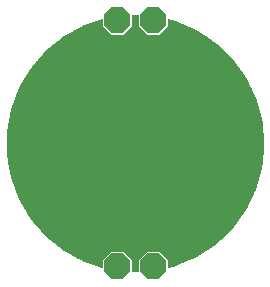
<source format=gbl>
G75*
%MOIN*%
%OFA0B0*%
%FSLAX25Y25*%
%IPPOS*%
%LPD*%
%AMOC8*
5,1,8,0,0,1.08239X$1,22.5*
%
%ADD10C,0.70000*%
%ADD11OC8,0.08600*%
%ADD12C,0.00300*%
%ADD13C,0.03762*%
%ADD14C,0.02778*%
D10*
X0056082Y0047850D03*
D11*
X0050082Y0088850D03*
X0062082Y0088850D03*
X0062082Y0006850D03*
X0050082Y0006850D03*
D12*
X0026470Y0016878D02*
X0021416Y0022663D01*
X0017476Y0029258D01*
X0014777Y0036450D01*
X0013405Y0044009D01*
X0013405Y0051691D01*
X0014777Y0059250D01*
X0017476Y0066442D01*
X0021416Y0073037D01*
X0026470Y0078822D01*
X0032476Y0083611D01*
X0039241Y0087252D01*
X0045032Y0089133D01*
X0045032Y0086758D01*
X0047991Y0083800D01*
X0052174Y0083800D01*
X0055132Y0086758D01*
X0055132Y0090613D01*
X0057032Y0090528D01*
X0057032Y0086758D01*
X0059991Y0083800D01*
X0064174Y0083800D01*
X0067132Y0086758D01*
X0067132Y0089103D01*
X0069324Y0088603D01*
X0076388Y0085584D01*
X0082799Y0081351D01*
X0088352Y0076043D01*
X0092867Y0069828D01*
X0096200Y0062906D01*
X0098244Y0055501D01*
X0098932Y0047850D01*
X0098244Y0040199D01*
X0096200Y0032794D01*
X0092867Y0025872D01*
X0088352Y0019657D01*
X0088352Y0019657D01*
X0082799Y0014349D01*
X0076388Y0010116D01*
X0069324Y0007097D01*
X0067132Y0006597D01*
X0067132Y0008942D01*
X0064174Y0011900D01*
X0059991Y0011900D01*
X0057032Y0008942D01*
X0057032Y0005172D01*
X0055132Y0005087D01*
X0055132Y0008942D01*
X0052174Y0011900D01*
X0047991Y0011900D01*
X0045032Y0008942D01*
X0045032Y0006567D01*
X0039241Y0008448D01*
X0032476Y0012089D01*
X0026470Y0016878D01*
X0026469Y0016880D02*
X0085447Y0016880D01*
X0085759Y0017179D02*
X0026208Y0017179D01*
X0025947Y0017477D02*
X0086071Y0017477D01*
X0086383Y0017776D02*
X0025686Y0017776D01*
X0025426Y0018074D02*
X0086696Y0018074D01*
X0087008Y0018373D02*
X0025165Y0018373D01*
X0024904Y0018671D02*
X0087320Y0018671D01*
X0087632Y0018970D02*
X0024643Y0018970D01*
X0024382Y0019268D02*
X0087944Y0019268D01*
X0088257Y0019567D02*
X0024122Y0019567D01*
X0023861Y0019865D02*
X0088503Y0019865D01*
X0088719Y0020164D02*
X0023600Y0020164D01*
X0023339Y0020462D02*
X0088936Y0020462D01*
X0089153Y0020761D02*
X0023078Y0020761D01*
X0022818Y0021059D02*
X0089370Y0021059D01*
X0089587Y0021358D02*
X0022557Y0021358D01*
X0022296Y0021656D02*
X0089804Y0021656D01*
X0090021Y0021955D02*
X0022035Y0021955D01*
X0021774Y0022253D02*
X0090238Y0022253D01*
X0090454Y0022552D02*
X0021514Y0022552D01*
X0021304Y0022850D02*
X0090671Y0022850D01*
X0090888Y0023149D02*
X0021126Y0023149D01*
X0020948Y0023447D02*
X0091105Y0023447D01*
X0091322Y0023746D02*
X0020769Y0023746D01*
X0020591Y0024044D02*
X0091539Y0024044D01*
X0091756Y0024343D02*
X0020413Y0024343D01*
X0020234Y0024641D02*
X0091973Y0024641D01*
X0092189Y0024940D02*
X0020056Y0024940D01*
X0019878Y0025238D02*
X0092406Y0025238D01*
X0092623Y0025537D02*
X0019699Y0025537D01*
X0019521Y0025835D02*
X0092840Y0025835D01*
X0092993Y0026134D02*
X0019342Y0026134D01*
X0019164Y0026432D02*
X0093137Y0026432D01*
X0093280Y0026731D02*
X0018986Y0026731D01*
X0018807Y0027029D02*
X0093424Y0027029D01*
X0093568Y0027328D02*
X0018629Y0027328D01*
X0018451Y0027626D02*
X0093712Y0027626D01*
X0093855Y0027925D02*
X0018272Y0027925D01*
X0018094Y0028223D02*
X0093999Y0028223D01*
X0094143Y0028522D02*
X0017916Y0028522D01*
X0017737Y0028820D02*
X0094287Y0028820D01*
X0094430Y0029119D02*
X0017559Y0029119D01*
X0017416Y0029418D02*
X0094574Y0029418D01*
X0094718Y0029716D02*
X0017304Y0029716D01*
X0017192Y0030015D02*
X0094862Y0030015D01*
X0095005Y0030313D02*
X0017080Y0030313D01*
X0016968Y0030612D02*
X0095149Y0030612D01*
X0095293Y0030910D02*
X0016856Y0030910D01*
X0016744Y0031209D02*
X0095437Y0031209D01*
X0095581Y0031507D02*
X0016632Y0031507D01*
X0016520Y0031806D02*
X0095724Y0031806D01*
X0095868Y0032104D02*
X0016408Y0032104D01*
X0016296Y0032403D02*
X0096012Y0032403D01*
X0096156Y0032701D02*
X0016184Y0032701D01*
X0016072Y0033000D02*
X0096257Y0033000D01*
X0096339Y0033298D02*
X0015960Y0033298D01*
X0015848Y0033597D02*
X0096422Y0033597D01*
X0096504Y0033895D02*
X0015736Y0033895D01*
X0015623Y0034194D02*
X0096586Y0034194D01*
X0096669Y0034492D02*
X0015511Y0034492D01*
X0015399Y0034791D02*
X0096751Y0034791D01*
X0096834Y0035089D02*
X0015287Y0035089D01*
X0015175Y0035388D02*
X0096916Y0035388D01*
X0096998Y0035686D02*
X0015063Y0035686D01*
X0014951Y0035985D02*
X0097081Y0035985D01*
X0097163Y0036283D02*
X0014839Y0036283D01*
X0014753Y0036582D02*
X0097246Y0036582D01*
X0097328Y0036880D02*
X0014699Y0036880D01*
X0014644Y0037179D02*
X0097410Y0037179D01*
X0097493Y0037477D02*
X0014590Y0037477D01*
X0014536Y0037776D02*
X0097575Y0037776D01*
X0097657Y0038074D02*
X0014482Y0038074D01*
X0014428Y0038373D02*
X0097740Y0038373D01*
X0097822Y0038671D02*
X0014374Y0038671D01*
X0014319Y0038970D02*
X0097905Y0038970D01*
X0097987Y0039268D02*
X0014265Y0039268D01*
X0014211Y0039567D02*
X0098069Y0039567D01*
X0098152Y0039865D02*
X0014157Y0039865D01*
X0014103Y0040164D02*
X0098234Y0040164D01*
X0098244Y0040199D02*
X0098244Y0040199D01*
X0098268Y0040462D02*
X0014048Y0040462D01*
X0013994Y0040761D02*
X0098294Y0040761D01*
X0098321Y0041059D02*
X0013940Y0041059D01*
X0013886Y0041358D02*
X0098348Y0041358D01*
X0098375Y0041656D02*
X0013832Y0041656D01*
X0013778Y0041955D02*
X0098402Y0041955D01*
X0098429Y0042253D02*
X0013723Y0042253D01*
X0013669Y0042552D02*
X0098456Y0042552D01*
X0098482Y0042851D02*
X0013615Y0042851D01*
X0013561Y0043149D02*
X0098509Y0043149D01*
X0098536Y0043448D02*
X0013507Y0043448D01*
X0013453Y0043746D02*
X0098563Y0043746D01*
X0098590Y0044045D02*
X0013405Y0044045D01*
X0013405Y0044343D02*
X0098617Y0044343D01*
X0098644Y0044642D02*
X0013405Y0044642D01*
X0013405Y0044940D02*
X0098671Y0044940D01*
X0098697Y0045239D02*
X0013405Y0045239D01*
X0013405Y0045537D02*
X0098724Y0045537D01*
X0098751Y0045836D02*
X0013405Y0045836D01*
X0013405Y0046134D02*
X0098778Y0046134D01*
X0098805Y0046433D02*
X0013405Y0046433D01*
X0013405Y0046731D02*
X0098832Y0046731D01*
X0098859Y0047030D02*
X0013405Y0047030D01*
X0013405Y0047328D02*
X0098885Y0047328D01*
X0098912Y0047627D02*
X0013405Y0047627D01*
X0013405Y0047925D02*
X0098926Y0047925D01*
X0098899Y0048224D02*
X0013405Y0048224D01*
X0013405Y0048522D02*
X0098872Y0048522D01*
X0098845Y0048821D02*
X0013405Y0048821D01*
X0013405Y0049119D02*
X0098818Y0049119D01*
X0098791Y0049418D02*
X0013405Y0049418D01*
X0013405Y0049716D02*
X0098764Y0049716D01*
X0098738Y0050015D02*
X0013405Y0050015D01*
X0013405Y0050313D02*
X0098711Y0050313D01*
X0098684Y0050612D02*
X0013405Y0050612D01*
X0013405Y0050910D02*
X0098657Y0050910D01*
X0098630Y0051209D02*
X0013405Y0051209D01*
X0013405Y0051507D02*
X0098603Y0051507D01*
X0098576Y0051806D02*
X0013426Y0051806D01*
X0013480Y0052104D02*
X0098549Y0052104D01*
X0098523Y0052403D02*
X0013534Y0052403D01*
X0013588Y0052701D02*
X0098496Y0052701D01*
X0098469Y0053000D02*
X0013642Y0053000D01*
X0013697Y0053298D02*
X0098442Y0053298D01*
X0098415Y0053597D02*
X0013751Y0053597D01*
X0013805Y0053895D02*
X0098388Y0053895D01*
X0098361Y0054194D02*
X0013859Y0054194D01*
X0013913Y0054492D02*
X0098335Y0054492D01*
X0098308Y0054791D02*
X0013967Y0054791D01*
X0014022Y0055089D02*
X0098281Y0055089D01*
X0098254Y0055388D02*
X0014076Y0055388D01*
X0014130Y0055687D02*
X0098193Y0055687D01*
X0098110Y0055985D02*
X0014184Y0055985D01*
X0014238Y0056284D02*
X0098028Y0056284D01*
X0097945Y0056582D02*
X0014292Y0056582D01*
X0014347Y0056881D02*
X0097863Y0056881D01*
X0097781Y0057179D02*
X0014401Y0057179D01*
X0014455Y0057478D02*
X0097698Y0057478D01*
X0097616Y0057776D02*
X0014509Y0057776D01*
X0014563Y0058075D02*
X0097534Y0058075D01*
X0097451Y0058373D02*
X0014617Y0058373D01*
X0014672Y0058672D02*
X0097369Y0058672D01*
X0097286Y0058970D02*
X0014726Y0058970D01*
X0014784Y0059269D02*
X0097204Y0059269D01*
X0097122Y0059567D02*
X0014896Y0059567D01*
X0015008Y0059866D02*
X0097039Y0059866D01*
X0096957Y0060164D02*
X0015120Y0060164D01*
X0015232Y0060463D02*
X0096874Y0060463D01*
X0096792Y0060761D02*
X0015344Y0060761D01*
X0015456Y0061060D02*
X0096710Y0061060D01*
X0096627Y0061358D02*
X0015568Y0061358D01*
X0015680Y0061657D02*
X0096545Y0061657D01*
X0096463Y0061955D02*
X0015792Y0061955D01*
X0015904Y0062254D02*
X0096380Y0062254D01*
X0096298Y0062552D02*
X0016016Y0062552D01*
X0016128Y0062851D02*
X0096215Y0062851D01*
X0096083Y0063149D02*
X0016240Y0063149D01*
X0016352Y0063448D02*
X0095939Y0063448D01*
X0095796Y0063746D02*
X0016464Y0063746D01*
X0016576Y0064045D02*
X0095652Y0064045D01*
X0095508Y0064343D02*
X0016688Y0064343D01*
X0016800Y0064642D02*
X0095364Y0064642D01*
X0095221Y0064940D02*
X0016912Y0064940D01*
X0017024Y0065239D02*
X0095077Y0065239D01*
X0094933Y0065537D02*
X0017136Y0065537D01*
X0017248Y0065836D02*
X0094789Y0065836D01*
X0094646Y0066134D02*
X0017360Y0066134D01*
X0017472Y0066433D02*
X0094502Y0066433D01*
X0094358Y0066731D02*
X0017649Y0066731D01*
X0017827Y0067030D02*
X0094214Y0067030D01*
X0094071Y0067328D02*
X0018006Y0067328D01*
X0018184Y0067627D02*
X0093927Y0067627D01*
X0093783Y0067925D02*
X0018362Y0067925D01*
X0018541Y0068224D02*
X0093639Y0068224D01*
X0093495Y0068522D02*
X0018719Y0068522D01*
X0018897Y0068821D02*
X0093352Y0068821D01*
X0093208Y0069120D02*
X0019076Y0069120D01*
X0019254Y0069418D02*
X0093064Y0069418D01*
X0092920Y0069717D02*
X0019432Y0069717D01*
X0019611Y0070015D02*
X0092731Y0070015D01*
X0092514Y0070314D02*
X0019789Y0070314D01*
X0019967Y0070612D02*
X0092297Y0070612D01*
X0092080Y0070911D02*
X0020146Y0070911D01*
X0020324Y0071209D02*
X0091863Y0071209D01*
X0091646Y0071508D02*
X0020502Y0071508D01*
X0020681Y0071806D02*
X0091430Y0071806D01*
X0091213Y0072105D02*
X0020859Y0072105D01*
X0021038Y0072403D02*
X0090996Y0072403D01*
X0090779Y0072702D02*
X0021216Y0072702D01*
X0021394Y0073000D02*
X0090562Y0073000D01*
X0090345Y0073299D02*
X0021645Y0073299D01*
X0021906Y0073597D02*
X0090128Y0073597D01*
X0089911Y0073896D02*
X0022167Y0073896D01*
X0022427Y0074194D02*
X0089694Y0074194D01*
X0089478Y0074493D02*
X0022688Y0074493D01*
X0022949Y0074791D02*
X0089261Y0074791D01*
X0089044Y0075090D02*
X0023210Y0075090D01*
X0023471Y0075388D02*
X0088827Y0075388D01*
X0088610Y0075687D02*
X0023731Y0075687D01*
X0023992Y0075985D02*
X0088393Y0075985D01*
X0088099Y0076284D02*
X0024253Y0076284D01*
X0024514Y0076582D02*
X0087787Y0076582D01*
X0087475Y0076881D02*
X0024775Y0076881D01*
X0025035Y0077179D02*
X0087163Y0077179D01*
X0086850Y0077478D02*
X0025296Y0077478D01*
X0025557Y0077776D02*
X0086538Y0077776D01*
X0086226Y0078075D02*
X0025818Y0078075D01*
X0026079Y0078373D02*
X0085914Y0078373D01*
X0085602Y0078672D02*
X0026339Y0078672D01*
X0026657Y0078970D02*
X0085289Y0078970D01*
X0084977Y0079269D02*
X0027031Y0079269D01*
X0027405Y0079567D02*
X0084665Y0079567D01*
X0084353Y0079866D02*
X0027780Y0079866D01*
X0028154Y0080164D02*
X0084040Y0080164D01*
X0083728Y0080463D02*
X0028528Y0080463D01*
X0028903Y0080761D02*
X0083416Y0080761D01*
X0083104Y0081060D02*
X0029277Y0081060D01*
X0029651Y0081358D02*
X0082788Y0081358D01*
X0082336Y0081657D02*
X0030026Y0081657D01*
X0030400Y0081955D02*
X0081884Y0081955D01*
X0081432Y0082254D02*
X0030774Y0082254D01*
X0031149Y0082553D02*
X0080979Y0082553D01*
X0080527Y0082851D02*
X0031523Y0082851D01*
X0031897Y0083150D02*
X0080075Y0083150D01*
X0079623Y0083448D02*
X0032272Y0083448D01*
X0032728Y0083747D02*
X0079171Y0083747D01*
X0078718Y0084045D02*
X0064419Y0084045D01*
X0064718Y0084344D02*
X0078266Y0084344D01*
X0077814Y0084642D02*
X0065016Y0084642D01*
X0065315Y0084941D02*
X0077362Y0084941D01*
X0076909Y0085239D02*
X0065613Y0085239D01*
X0065912Y0085538D02*
X0076457Y0085538D01*
X0075797Y0085836D02*
X0066210Y0085836D01*
X0066509Y0086135D02*
X0075098Y0086135D01*
X0074400Y0086433D02*
X0066807Y0086433D01*
X0067106Y0086732D02*
X0073701Y0086732D01*
X0073003Y0087030D02*
X0067132Y0087030D01*
X0067132Y0087329D02*
X0072305Y0087329D01*
X0071606Y0087627D02*
X0067132Y0087627D01*
X0067132Y0087926D02*
X0070908Y0087926D01*
X0070209Y0088224D02*
X0067132Y0088224D01*
X0067132Y0088523D02*
X0069511Y0088523D01*
X0068366Y0088821D02*
X0067132Y0088821D01*
X0059746Y0084045D02*
X0052419Y0084045D01*
X0052718Y0084344D02*
X0059447Y0084344D01*
X0059149Y0084642D02*
X0053016Y0084642D01*
X0053315Y0084941D02*
X0058850Y0084941D01*
X0058551Y0085239D02*
X0053613Y0085239D01*
X0053912Y0085538D02*
X0058253Y0085538D01*
X0057954Y0085836D02*
X0054210Y0085836D01*
X0054509Y0086135D02*
X0057656Y0086135D01*
X0057357Y0086433D02*
X0054807Y0086433D01*
X0055106Y0086732D02*
X0057059Y0086732D01*
X0057032Y0087030D02*
X0055132Y0087030D01*
X0055132Y0087329D02*
X0057032Y0087329D01*
X0057032Y0087627D02*
X0055132Y0087627D01*
X0055132Y0087926D02*
X0057032Y0087926D01*
X0057032Y0088224D02*
X0055132Y0088224D01*
X0055132Y0088523D02*
X0057032Y0088523D01*
X0057032Y0088821D02*
X0055132Y0088821D01*
X0055132Y0089120D02*
X0057032Y0089120D01*
X0057032Y0089418D02*
X0055132Y0089418D01*
X0055132Y0089717D02*
X0057032Y0089717D01*
X0057032Y0090015D02*
X0055132Y0090015D01*
X0055132Y0090314D02*
X0057032Y0090314D01*
X0055152Y0090612D02*
X0055132Y0090612D01*
X0046551Y0085239D02*
X0035501Y0085239D01*
X0034946Y0084941D02*
X0046850Y0084941D01*
X0047149Y0084642D02*
X0034392Y0084642D01*
X0033837Y0084344D02*
X0047447Y0084344D01*
X0047746Y0084045D02*
X0033282Y0084045D01*
X0036056Y0085538D02*
X0046253Y0085538D01*
X0045954Y0085836D02*
X0036611Y0085836D01*
X0037165Y0086135D02*
X0045656Y0086135D01*
X0045357Y0086433D02*
X0037720Y0086433D01*
X0038275Y0086732D02*
X0045059Y0086732D01*
X0045032Y0087030D02*
X0038830Y0087030D01*
X0039478Y0087329D02*
X0045032Y0087329D01*
X0045032Y0087627D02*
X0040397Y0087627D01*
X0041316Y0087926D02*
X0045032Y0087926D01*
X0045032Y0088224D02*
X0042234Y0088224D01*
X0043153Y0088523D02*
X0045032Y0088523D01*
X0045032Y0088821D02*
X0044072Y0088821D01*
X0044990Y0089120D02*
X0045032Y0089120D01*
X0026842Y0016582D02*
X0085134Y0016582D01*
X0084822Y0016283D02*
X0027217Y0016283D01*
X0027591Y0015984D02*
X0084510Y0015984D01*
X0084198Y0015686D02*
X0027965Y0015686D01*
X0028340Y0015387D02*
X0083886Y0015387D01*
X0083573Y0015089D02*
X0028714Y0015089D01*
X0029088Y0014790D02*
X0083261Y0014790D01*
X0082949Y0014492D02*
X0029463Y0014492D01*
X0029837Y0014193D02*
X0082564Y0014193D01*
X0082112Y0013895D02*
X0030211Y0013895D01*
X0030586Y0013596D02*
X0081660Y0013596D01*
X0081207Y0013298D02*
X0030960Y0013298D01*
X0031334Y0012999D02*
X0080755Y0012999D01*
X0080303Y0012701D02*
X0031709Y0012701D01*
X0032083Y0012402D02*
X0079851Y0012402D01*
X0079398Y0012104D02*
X0032457Y0012104D01*
X0033003Y0011805D02*
X0047896Y0011805D01*
X0047597Y0011507D02*
X0033557Y0011507D01*
X0034112Y0011208D02*
X0047299Y0011208D01*
X0047000Y0010910D02*
X0034667Y0010910D01*
X0035222Y0010611D02*
X0046702Y0010611D01*
X0046403Y0010313D02*
X0035776Y0010313D01*
X0036331Y0010014D02*
X0046105Y0010014D01*
X0045806Y0009716D02*
X0036886Y0009716D01*
X0037441Y0009417D02*
X0045508Y0009417D01*
X0045209Y0009119D02*
X0037995Y0009119D01*
X0038550Y0008820D02*
X0045032Y0008820D01*
X0045032Y0008522D02*
X0039105Y0008522D01*
X0039934Y0008223D02*
X0045032Y0008223D01*
X0045032Y0007925D02*
X0040853Y0007925D01*
X0041771Y0007626D02*
X0045032Y0007626D01*
X0045032Y0007328D02*
X0042690Y0007328D01*
X0043609Y0007029D02*
X0045032Y0007029D01*
X0045032Y0006731D02*
X0044527Y0006731D01*
X0052269Y0011805D02*
X0059896Y0011805D01*
X0059597Y0011507D02*
X0052567Y0011507D01*
X0052866Y0011208D02*
X0059299Y0011208D01*
X0059000Y0010910D02*
X0053164Y0010910D01*
X0053463Y0010611D02*
X0058702Y0010611D01*
X0058403Y0010313D02*
X0053761Y0010313D01*
X0054060Y0010014D02*
X0058105Y0010014D01*
X0057806Y0009716D02*
X0054358Y0009716D01*
X0054657Y0009417D02*
X0057508Y0009417D01*
X0057209Y0009119D02*
X0054955Y0009119D01*
X0055132Y0008820D02*
X0057032Y0008820D01*
X0057032Y0008522D02*
X0055132Y0008522D01*
X0055132Y0008223D02*
X0057032Y0008223D01*
X0057032Y0007925D02*
X0055132Y0007925D01*
X0055132Y0007626D02*
X0057032Y0007626D01*
X0057032Y0007328D02*
X0055132Y0007328D01*
X0055132Y0007029D02*
X0057032Y0007029D01*
X0057032Y0006731D02*
X0055132Y0006731D01*
X0055132Y0006432D02*
X0057032Y0006432D01*
X0057032Y0006134D02*
X0055132Y0006134D01*
X0055132Y0005835D02*
X0057032Y0005835D01*
X0057032Y0005537D02*
X0055132Y0005537D01*
X0055132Y0005238D02*
X0057032Y0005238D01*
X0065761Y0010313D02*
X0076685Y0010313D01*
X0077137Y0010611D02*
X0065463Y0010611D01*
X0065164Y0010910D02*
X0077590Y0010910D01*
X0078042Y0011208D02*
X0064866Y0011208D01*
X0064567Y0011507D02*
X0078494Y0011507D01*
X0078946Y0011805D02*
X0064269Y0011805D01*
X0066060Y0010014D02*
X0076149Y0010014D01*
X0075450Y0009716D02*
X0066358Y0009716D01*
X0066657Y0009417D02*
X0074752Y0009417D01*
X0074053Y0009119D02*
X0066955Y0009119D01*
X0067132Y0008820D02*
X0073355Y0008820D01*
X0072657Y0008522D02*
X0067132Y0008522D01*
X0067132Y0008223D02*
X0071958Y0008223D01*
X0071260Y0007925D02*
X0067132Y0007925D01*
X0067132Y0007626D02*
X0070561Y0007626D01*
X0069863Y0007328D02*
X0067132Y0007328D01*
X0067132Y0007029D02*
X0069026Y0007029D01*
X0067718Y0006731D02*
X0067132Y0006731D01*
D13*
X0064832Y0025350D03*
X0064832Y0030350D03*
X0069832Y0036600D03*
X0069832Y0057850D03*
X0074832Y0057850D03*
X0068582Y0064100D03*
X0068582Y0069100D03*
D14*
X0069832Y0011600D03*
X0073582Y0011600D03*
M02*

</source>
